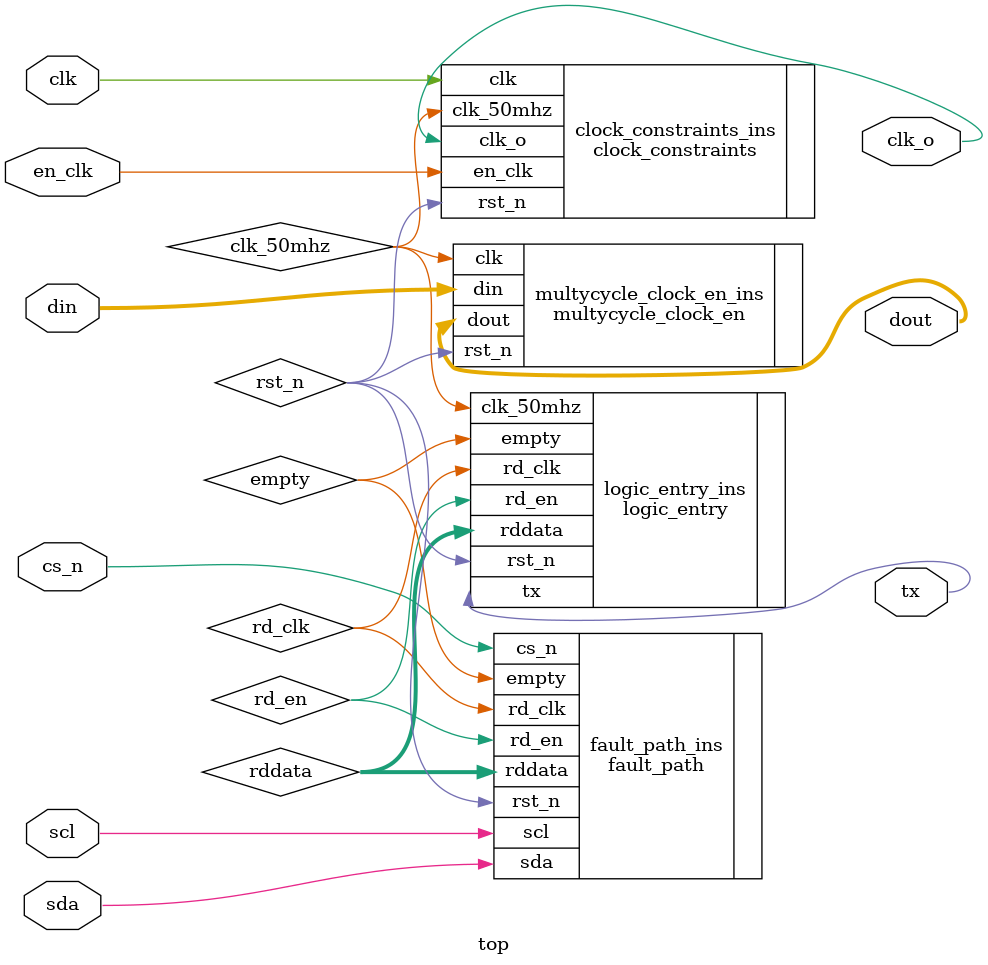
<source format=v>
module top (
    input           clk,
    input   [3:0]   din,
    output  [7:0]   dout,
    // 输出选择时钟
    input           en_clk,
    output          clk_o,
    // SPI从机CPOL=0,CPHA=0
    input           cs_n,
    input           scl,
    input           sda,
    output          tx
);

	wire clk_50mhz;
	wire rst_n;

	wire rd_clk;
	wire rd_en;
	wire [7:0] rddata;
	wire empty;

	multycycle_clock_en multycycle_clock_en_ins (
		.clk(clk_50mhz),
		.rst_n(rst_n),
		.din(din),
		.dout(dout)
	);

	clock_constraints clock_constraints_ins (
		.clk(clk),
		.rst_n(rst_n),
		// 输出系统时钟
		.clk_50mhz(clk_50mhz),
		// 输出选择时钟
		.en_clk(en_clk),
		.clk_o(clk_o)
		// output clk_1mhz_20mhz
	);

	fault_path fault_path_ins (
		// 系统相关信号
		.rst_n(rst_n),
		// SPI从机CPOL=0,CPHA=0
		.cs_n(cs_n),
		.scl(scl),
		.sda(sda),
		// 缓存读取数据
		.rd_clk(rd_clk),
		.rd_en(rd_en),
		.rddata(rddata),
		.empty(empty)
	);

	logic_entry logic_entry_ins (
		.clk_50mhz(clk_50mhz),
		.rst_n(rst_n),
		// 缓存读取数据
		.rd_clk(rd_clk),
		.rd_en(rd_en),
		.rddata(rddata),
		.empty(empty),
		.tx(tx)
	);

endmodule
</source>
